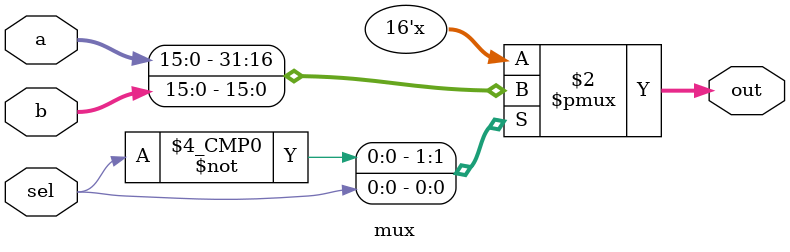
<source format=v>
module top_module(
    input [31:0] a,
    input [31:0] b,
    output [31:0] sum
);
    wire [15:0]x, y;
    wire cout1;
    add16 add1(a[15:0], b[15:0], 1'b0, sum[15:0], cout1);
    add16 add2(.a(a[31:16]), .b(b[31:16]), .cin(1'b0), .sum(x));
    add16 add3(.a(a[31:16]), .b(b[31:16]), .cin(1'b1), .sum(y));

    mux mux1(.a(x), .b(y), .sel(cout1), .out(sum[31:16]));

endmodule

module mux (input [15:0]a, input [15:0]b, input sel, output [15:0]out);
    always @(a, b, sel) begin
        case(sel)
            1'b0: out = a;
            1'b1: out = b;
            default: out = 16'b0;
        endcase
    end
endmodule
</source>
